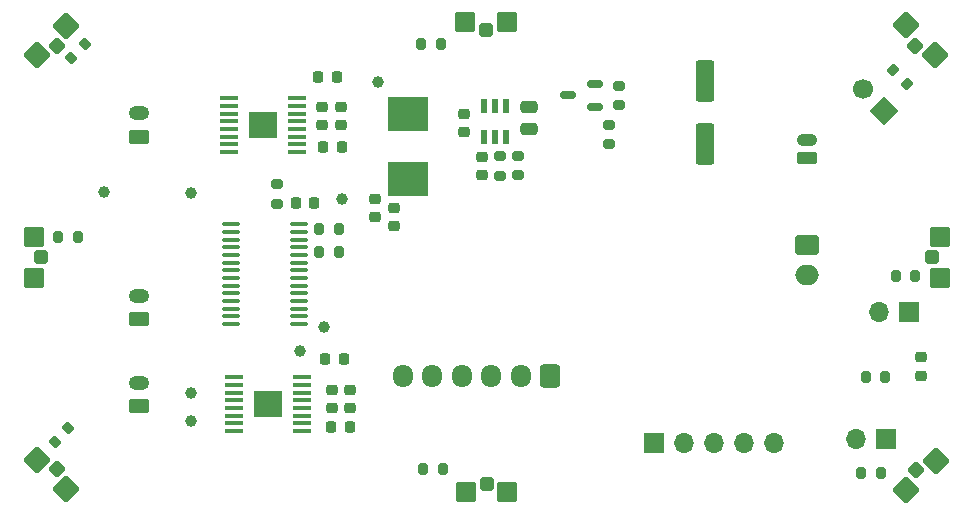
<source format=gbr>
%TF.GenerationSoftware,KiCad,Pcbnew,9.0.0*%
%TF.CreationDate,2025-06-23T21:36:03+01:00*%
%TF.ProjectId,TankHull,54616e6b-4875-46c6-9c2e-6b696361645f,rev?*%
%TF.SameCoordinates,Original*%
%TF.FileFunction,Soldermask,Top*%
%TF.FilePolarity,Negative*%
%FSLAX46Y46*%
G04 Gerber Fmt 4.6, Leading zero omitted, Abs format (unit mm)*
G04 Created by KiCad (PCBNEW 9.0.0) date 2025-06-23 21:36:03*
%MOMM*%
%LPD*%
G01*
G04 APERTURE LIST*
G04 Aperture macros list*
%AMRoundRect*
0 Rectangle with rounded corners*
0 $1 Rounding radius*
0 $2 $3 $4 $5 $6 $7 $8 $9 X,Y pos of 4 corners*
0 Add a 4 corners polygon primitive as box body*
4,1,4,$2,$3,$4,$5,$6,$7,$8,$9,$2,$3,0*
0 Add four circle primitives for the rounded corners*
1,1,$1+$1,$2,$3*
1,1,$1+$1,$4,$5*
1,1,$1+$1,$6,$7*
1,1,$1+$1,$8,$9*
0 Add four rect primitives between the rounded corners*
20,1,$1+$1,$2,$3,$4,$5,0*
20,1,$1+$1,$4,$5,$6,$7,0*
20,1,$1+$1,$6,$7,$8,$9,0*
20,1,$1+$1,$8,$9,$2,$3,0*%
%AMHorizOval*
0 Thick line with rounded ends*
0 $1 width*
0 $2 $3 position (X,Y) of the first rounded end (center of the circle)*
0 $4 $5 position (X,Y) of the second rounded end (center of the circle)*
0 Add line between two ends*
20,1,$1,$2,$3,$4,$5,0*
0 Add two circle primitives to create the rounded ends*
1,1,$1,$2,$3*
1,1,$1,$4,$5*%
%AMRotRect*
0 Rectangle, with rotation*
0 The origin of the aperture is its center*
0 $1 length*
0 $2 width*
0 $3 Rotation angle, in degrees counterclockwise*
0 Add horizontal line*
21,1,$1,$2,0,0,$3*%
G04 Aperture macros list end*
%ADD10R,1.700000X1.700000*%
%ADD11O,1.700000X1.700000*%
%ADD12RotRect,1.700000X1.700000X225.000000*%
%ADD13HorizOval,1.700000X0.000000X0.000000X0.000000X0.000000X0*%
%ADD14RoundRect,0.102000X0.636396X0.000000X0.000000X0.636396X-0.636396X0.000000X0.000000X-0.636396X0*%
%ADD15RoundRect,0.102000X1.060660X0.000000X0.000000X1.060660X-1.060660X0.000000X0.000000X-1.060660X0*%
%ADD16RoundRect,0.200000X0.200000X0.275000X-0.200000X0.275000X-0.200000X-0.275000X0.200000X-0.275000X0*%
%ADD17RoundRect,0.250000X-0.750000X0.600000X-0.750000X-0.600000X0.750000X-0.600000X0.750000X0.600000X0*%
%ADD18O,2.000000X1.700000*%
%ADD19C,1.000000*%
%ADD20RoundRect,0.200000X-0.200000X-0.275000X0.200000X-0.275000X0.200000X0.275000X-0.200000X0.275000X0*%
%ADD21RoundRect,0.102000X0.450000X0.450000X-0.450000X0.450000X-0.450000X-0.450000X0.450000X-0.450000X0*%
%ADD22RoundRect,0.102000X0.750000X0.750000X-0.750000X0.750000X-0.750000X-0.750000X0.750000X-0.750000X0*%
%ADD23RoundRect,0.225000X-0.250000X0.225000X-0.250000X-0.225000X0.250000X-0.225000X0.250000X0.225000X0*%
%ADD24RoundRect,0.102000X0.000000X0.636396X-0.636396X0.000000X0.000000X-0.636396X0.636396X0.000000X0*%
%ADD25RoundRect,0.102000X0.000000X1.060660X-1.060660X0.000000X0.000000X-1.060660X1.060660X0.000000X0*%
%ADD26RoundRect,0.200000X-0.275000X0.200000X-0.275000X-0.200000X0.275000X-0.200000X0.275000X0.200000X0*%
%ADD27RoundRect,0.225000X0.250000X-0.225000X0.250000X0.225000X-0.250000X0.225000X-0.250000X-0.225000X0*%
%ADD28RoundRect,0.225000X-0.225000X-0.250000X0.225000X-0.250000X0.225000X0.250000X-0.225000X0.250000X0*%
%ADD29R,0.600000X1.200000*%
%ADD30RoundRect,0.250000X0.625000X-0.350000X0.625000X0.350000X-0.625000X0.350000X-0.625000X-0.350000X0*%
%ADD31O,1.750000X1.200000*%
%ADD32RoundRect,0.100000X-0.637500X-0.100000X0.637500X-0.100000X0.637500X0.100000X-0.637500X0.100000X0*%
%ADD33RoundRect,0.150000X0.512500X0.150000X-0.512500X0.150000X-0.512500X-0.150000X0.512500X-0.150000X0*%
%ADD34R,2.460000X2.310000*%
%ADD35RoundRect,0.100000X-0.687500X-0.100000X0.687500X-0.100000X0.687500X0.100000X-0.687500X0.100000X0*%
%ADD36RoundRect,0.102000X-0.636396X0.000000X0.000000X-0.636396X0.636396X0.000000X0.000000X0.636396X0*%
%ADD37RoundRect,0.102000X-1.060660X0.000000X0.000000X-1.060660X1.060660X0.000000X0.000000X1.060660X0*%
%ADD38RoundRect,0.250000X0.615000X-0.265000X0.615000X0.265000X-0.615000X0.265000X-0.615000X-0.265000X0*%
%ADD39O,1.730000X1.030000*%
%ADD40RoundRect,0.200000X-0.053033X0.335876X-0.335876X0.053033X0.053033X-0.335876X0.335876X-0.053033X0*%
%ADD41RoundRect,0.200000X0.053033X-0.335876X0.335876X-0.053033X-0.053033X0.335876X-0.335876X0.053033X0*%
%ADD42RoundRect,0.225000X0.225000X0.250000X-0.225000X0.250000X-0.225000X-0.250000X0.225000X-0.250000X0*%
%ADD43RoundRect,0.250000X-0.550000X1.500000X-0.550000X-1.500000X0.550000X-1.500000X0.550000X1.500000X0*%
%ADD44RoundRect,0.102000X0.450000X-0.450000X0.450000X0.450000X-0.450000X0.450000X-0.450000X-0.450000X0*%
%ADD45RoundRect,0.102000X0.750000X-0.750000X0.750000X0.750000X-0.750000X0.750000X-0.750000X-0.750000X0*%
%ADD46RoundRect,0.200000X0.275000X-0.200000X0.275000X0.200000X-0.275000X0.200000X-0.275000X-0.200000X0*%
%ADD47RoundRect,0.250000X0.475000X-0.250000X0.475000X0.250000X-0.475000X0.250000X-0.475000X-0.250000X0*%
%ADD48RoundRect,0.250000X0.600000X0.725000X-0.600000X0.725000X-0.600000X-0.725000X0.600000X-0.725000X0*%
%ADD49O,1.700000X1.950000*%
%ADD50RoundRect,0.102000X0.000000X-0.636396X0.636396X0.000000X0.000000X0.636396X-0.636396X0.000000X0*%
%ADD51RoundRect,0.102000X0.000000X-1.060660X1.060660X0.000000X0.000000X1.060660X-1.060660X0.000000X0*%
%ADD52R,3.500000X2.950000*%
%ADD53RoundRect,0.200000X0.335876X0.053033X0.053033X0.335876X-0.335876X-0.053033X-0.053033X-0.335876X0*%
%ADD54RoundRect,0.102000X-0.450000X-0.450000X0.450000X-0.450000X0.450000X0.450000X-0.450000X0.450000X0*%
%ADD55RoundRect,0.102000X-0.750000X-0.750000X0.750000X-0.750000X0.750000X0.750000X-0.750000X0.750000X0*%
%ADD56RoundRect,0.218750X-0.256250X0.218750X-0.256250X-0.218750X0.256250X-0.218750X0.256250X0.218750X0*%
%ADD57RoundRect,0.102000X-0.450000X0.450000X-0.450000X-0.450000X0.450000X-0.450000X0.450000X0.450000X0*%
%ADD58RoundRect,0.102000X-0.750000X0.750000X-0.750000X-0.750000X0.750000X-0.750000X0.750000X0.750000X0*%
G04 APERTURE END LIST*
D10*
%TO.C,J7*%
X132650000Y-118325000D03*
D11*
X135190000Y-118325000D03*
X137730000Y-118325000D03*
X140270000Y-118325000D03*
X142810000Y-118325000D03*
%TD*%
D12*
%TO.C,J10*%
X152100000Y-90200000D03*
D13*
X150303949Y-88403949D03*
%TD*%
D10*
%TO.C,J9*%
X152225000Y-118025000D03*
D11*
X149685000Y-118025000D03*
%TD*%
D10*
%TO.C,J8*%
X154225000Y-107275000D03*
D11*
X151685000Y-107275000D03*
%TD*%
D14*
%TO.C,D3*%
X82060182Y-120579944D03*
D15*
X80363126Y-119802126D03*
X82838000Y-122277000D03*
%TD*%
D16*
%TO.C,R7*%
X151800000Y-120875000D03*
X150150000Y-120875000D03*
%TD*%
D17*
%TO.C,J2*%
X145542000Y-101600000D03*
D18*
X145542000Y-104100000D03*
%TD*%
D19*
%TO.C,TP6*%
X93450000Y-116450000D03*
%TD*%
D16*
%TO.C,R10*%
X154713000Y-104252000D03*
X153063000Y-104252000D03*
%TD*%
D20*
%TO.C,R17*%
X150538000Y-112727000D03*
X152188000Y-112727000D03*
%TD*%
D21*
%TO.C,D2*%
X118438000Y-121835000D03*
D22*
X116688000Y-122485000D03*
X120188000Y-122485000D03*
%TD*%
D23*
%TO.C,C12*%
X105338000Y-113827000D03*
X105338000Y-115377000D03*
%TD*%
D24*
%TO.C,D1*%
X154765818Y-120629944D03*
D25*
X153988000Y-122327000D03*
X156462874Y-119852126D03*
%TD*%
D26*
%TO.C,R5*%
X100663000Y-96427000D03*
X100663000Y-98077000D03*
%TD*%
D27*
%TO.C,C13*%
X116488000Y-92052000D03*
X116488000Y-90502000D03*
%TD*%
D23*
%TO.C,C14*%
X118038000Y-94127000D03*
X118038000Y-95677000D03*
%TD*%
D26*
%TO.C,R6*%
X128788000Y-91389500D03*
X128788000Y-93039500D03*
%TD*%
D19*
%TO.C,TP1*%
X109250000Y-87750000D03*
%TD*%
D16*
%TO.C,R1*%
X105938000Y-102177000D03*
X104288000Y-102177000D03*
%TD*%
D28*
%TO.C,C2*%
X102313000Y-98052000D03*
X103863000Y-98052000D03*
%TD*%
D29*
%TO.C,PS1*%
X118188000Y-92452000D03*
X119138000Y-92452000D03*
X120088000Y-92452000D03*
X120088000Y-89852000D03*
X119138000Y-89852000D03*
X118188000Y-89852000D03*
%TD*%
D30*
%TO.C,J3*%
X88988000Y-92427000D03*
D31*
X88988000Y-90427000D03*
%TD*%
D19*
%TO.C,TP5*%
X104650000Y-108550000D03*
%TD*%
D32*
%TO.C,U1*%
X96825500Y-99827000D03*
X96825500Y-100477000D03*
X96825500Y-101127000D03*
X96825500Y-101777000D03*
X96825500Y-102427000D03*
X96825500Y-103077000D03*
X96825500Y-103727000D03*
X96825500Y-104377000D03*
X96825500Y-105027000D03*
X96825500Y-105677000D03*
X96825500Y-106327000D03*
X96825500Y-106977000D03*
X96825500Y-107627000D03*
X96825500Y-108277000D03*
X102550500Y-108277000D03*
X102550500Y-107627000D03*
X102550500Y-106977000D03*
X102550500Y-106327000D03*
X102550500Y-105677000D03*
X102550500Y-105027000D03*
X102550500Y-104377000D03*
X102550500Y-103727000D03*
X102550500Y-103077000D03*
X102550500Y-102427000D03*
X102550500Y-101777000D03*
X102550500Y-101127000D03*
X102550500Y-100477000D03*
X102550500Y-99827000D03*
%TD*%
D19*
%TO.C,TP3*%
X86013000Y-97127000D03*
%TD*%
D33*
%TO.C,Q1*%
X127575500Y-89864500D03*
X127575500Y-87964500D03*
X125300500Y-88914500D03*
%TD*%
D34*
%TO.C,U2*%
X99513000Y-91452000D03*
D35*
X96650500Y-89177000D03*
X96650500Y-89827000D03*
X96650500Y-90477000D03*
X96650500Y-91127000D03*
X96650500Y-91777000D03*
X96650500Y-92427000D03*
X96650500Y-93077000D03*
X96650500Y-93727000D03*
X102375500Y-93727000D03*
X102375500Y-93077000D03*
X102375500Y-92427000D03*
X102375500Y-91777000D03*
X102375500Y-91127000D03*
X102375500Y-90477000D03*
X102375500Y-89827000D03*
X102375500Y-89177000D03*
%TD*%
D36*
%TO.C,D8*%
X154690944Y-84699182D03*
D37*
X156388000Y-85477000D03*
X153913126Y-83002126D03*
%TD*%
D23*
%TO.C,C5*%
X104538000Y-89877000D03*
X104538000Y-91427000D03*
%TD*%
D19*
%TO.C,TP7*%
X93425000Y-114100000D03*
%TD*%
D30*
%TO.C,J4*%
X88988000Y-107877000D03*
D31*
X88988000Y-105877000D03*
%TD*%
D30*
%TO.C,J5*%
X88988000Y-115252000D03*
D31*
X88988000Y-113252000D03*
%TD*%
D23*
%TO.C,C11*%
X106888000Y-113827000D03*
X106888000Y-115377000D03*
%TD*%
D38*
%TO.C,J6*%
X145542000Y-94234000D03*
D39*
X145542000Y-92734000D03*
%TD*%
D19*
%TO.C,TP8*%
X93400000Y-97225000D03*
%TD*%
D40*
%TO.C,R12*%
X84421363Y-84593637D03*
X83254637Y-85760363D03*
%TD*%
D41*
%TO.C,R9*%
X81854637Y-118260363D03*
X83021363Y-117093637D03*
%TD*%
D16*
%TO.C,R2*%
X105938000Y-100252000D03*
X104288000Y-100252000D03*
%TD*%
D42*
%TO.C,C8*%
X106338000Y-111227000D03*
X104788000Y-111227000D03*
%TD*%
D19*
%TO.C,TP4*%
X102625000Y-110575000D03*
%TD*%
D43*
%TO.C,C15*%
X136888000Y-87677000D03*
X136888000Y-93077000D03*
%TD*%
D44*
%TO.C,D5*%
X80738000Y-102627000D03*
D45*
X80088000Y-100877000D03*
X80088000Y-104377000D03*
%TD*%
D23*
%TO.C,C7*%
X110617000Y-98412000D03*
X110617000Y-99962000D03*
%TD*%
%TO.C,C9*%
X108966000Y-97650000D03*
X108966000Y-99200000D03*
%TD*%
D46*
%TO.C,R16*%
X121138000Y-95702000D03*
X121138000Y-94052000D03*
%TD*%
D47*
%TO.C,C10*%
X122038000Y-91802000D03*
X122038000Y-89902000D03*
%TD*%
D48*
%TO.C,J1*%
X123825000Y-112649000D03*
D49*
X121325000Y-112649000D03*
X118825000Y-112649000D03*
X116325000Y-112649000D03*
X113825000Y-112649000D03*
X111325000Y-112649000D03*
%TD*%
D20*
%TO.C,R11*%
X82163000Y-100877000D03*
X83813000Y-100877000D03*
%TD*%
D50*
%TO.C,D6*%
X82060182Y-84724056D03*
D51*
X82838000Y-83027000D03*
X80363126Y-85501874D03*
%TD*%
D19*
%TO.C,TP2*%
X106175000Y-97700000D03*
%TD*%
D42*
%TO.C,C1*%
X106163000Y-93277000D03*
X104613000Y-93277000D03*
%TD*%
D52*
%TO.C,L1*%
X111788000Y-90527000D03*
X111788000Y-95977000D03*
%TD*%
D46*
%TO.C,R15*%
X119588000Y-95727000D03*
X119588000Y-94077000D03*
%TD*%
D34*
%TO.C,U3*%
X99938000Y-115052000D03*
D35*
X97075500Y-112777000D03*
X97075500Y-113427000D03*
X97075500Y-114077000D03*
X97075500Y-114727000D03*
X97075500Y-115377000D03*
X97075500Y-116027000D03*
X97075500Y-116677000D03*
X97075500Y-117327000D03*
X102800500Y-117327000D03*
X102800500Y-116677000D03*
X102800500Y-116027000D03*
X102800500Y-115377000D03*
X102800500Y-114727000D03*
X102800500Y-114077000D03*
X102800500Y-113427000D03*
X102800500Y-112777000D03*
%TD*%
D53*
%TO.C,R14*%
X153999363Y-87959363D03*
X152832637Y-86792637D03*
%TD*%
D54*
%TO.C,D7*%
X118388000Y-83377000D03*
D55*
X120138000Y-82727000D03*
X116638000Y-82727000D03*
%TD*%
D42*
%TO.C,C6*%
X106838000Y-117002000D03*
X105288000Y-117002000D03*
%TD*%
%TO.C,C3*%
X105738000Y-87402000D03*
X104188000Y-87402000D03*
%TD*%
D56*
%TO.C,D9*%
X155194000Y-111099500D03*
X155194000Y-112674500D03*
%TD*%
D46*
%TO.C,R4*%
X129638000Y-89739500D03*
X129638000Y-88089500D03*
%TD*%
D16*
%TO.C,R8*%
X114713000Y-120577000D03*
X113063000Y-120577000D03*
%TD*%
D23*
%TO.C,C4*%
X106113000Y-89877000D03*
X106113000Y-91427000D03*
%TD*%
D57*
%TO.C,D4*%
X156138000Y-102627000D03*
D58*
X156788000Y-104377000D03*
X156788000Y-100877000D03*
%TD*%
D16*
%TO.C,R13*%
X114563000Y-84602000D03*
X112913000Y-84602000D03*
%TD*%
M02*

</source>
